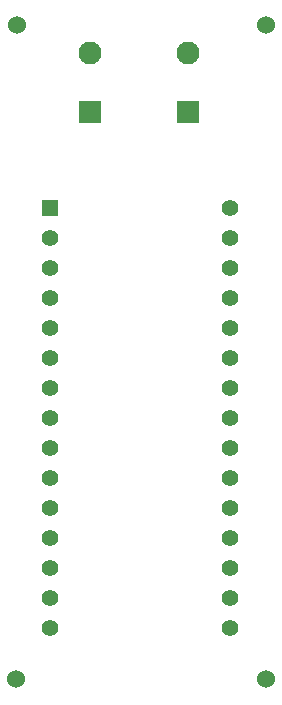
<source format=gbr>
G04*
G04 #@! TF.GenerationSoftware,Altium Limited,Altium Designer,23.1.1 (15)*
G04*
G04 Layer_Color=255*
%FSLAX25Y25*%
%MOIN*%
G70*
G04*
G04 #@! TF.SameCoordinates,7F6F0EF6-604E-4872-8498-859B9B4CD440*
G04*
G04*
G04 #@! TF.FilePolarity,Positive*
G04*
G01*
G75*
%ADD13R,0.05567X0.05567*%
%ADD14C,0.05567*%
%ADD20R,0.07677X0.07677*%
%ADD21C,0.07677*%
%ADD22C,0.06000*%
D13*
X145651Y166165D02*
D03*
D14*
Y156165D02*
D03*
Y146165D02*
D03*
Y136165D02*
D03*
Y126165D02*
D03*
Y116165D02*
D03*
Y106165D02*
D03*
Y96165D02*
D03*
Y86165D02*
D03*
Y76165D02*
D03*
Y66165D02*
D03*
Y56165D02*
D03*
Y46165D02*
D03*
Y36165D02*
D03*
Y26165D02*
D03*
X205651D02*
D03*
Y36165D02*
D03*
Y46165D02*
D03*
Y56165D02*
D03*
Y66165D02*
D03*
Y76165D02*
D03*
Y86165D02*
D03*
Y96165D02*
D03*
Y106165D02*
D03*
Y116165D02*
D03*
Y126165D02*
D03*
Y136165D02*
D03*
Y146165D02*
D03*
Y156165D02*
D03*
Y166165D02*
D03*
D20*
X158778Y197958D02*
D03*
X191672D02*
D03*
D21*
X158778Y217642D02*
D03*
X191672D02*
D03*
D22*
X134500Y227000D02*
D03*
X217600D02*
D03*
X134100Y9000D02*
D03*
X217500D02*
D03*
M02*

</source>
